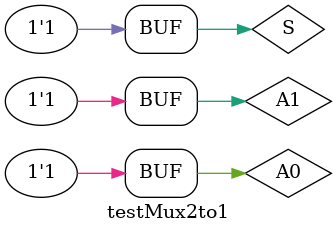
<source format=v>
module mux2to1(A0, A1, S, Y);
input A0, A1, S; 
output Y; 
wire w1, w2, w3; 

assign w1 = ~S; 
assign w2 = A0 & w1; 
assign w3 = A1 & S; 
assign Y = w2 | w3; 

endmodule

module testMux2to1; 
reg A0, A1, S; 
wire Y; 
mux2to1 i(A0, A1, S, Y); 

initial 
    begin
        A0 = 1'b0 ; A1 = 1'b0 ; S = 1'b0 ; 
        $monitor("Time = %0t, S = %b , A = %b , B = %b , Y = %b", $time, S, A0, A1, Y);
        #5 S= 1'b0 ; A0 = 1'b0 ; A1 = 1'b0; 
        #5 S= 1'b0 ; A0 = 1'b0 ; A1 = 1'b1; 
        #5 S = 1'b1 ; A0 = 1'b1 ; A1 = 1'b0; 
        #5 S = 1'b1 ; A0 = 1'b1 ; A1 = 1'b1; 

    end
endmodule
</source>
